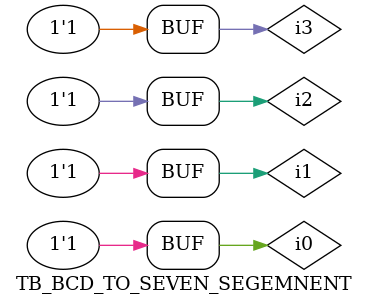
<source format=v>
`timescale 1ns / 1ps
`timescale 1ns / 1ps


module TB_BCD_TO_SEVEN_SEGEMNENT;
    reg i3;
    reg i2;
    reg i1;
    reg i0;
  

    wire a,b,c,d,e,f,g, an0, an1, an2, an3, dp;

    
   
    BCD_TO_7_SEGMENT_DISPLAY uut(
               .i3(i3),
        .i2(i2),
        .i1(i1),
        .i0(i0),
        .a(a),
        .b(b),
        .c(c),
        .d(d),
        .e(e),
        .f(f),
        .g(g),
        .an0 (an0),
        .an1 (an1),
        .an2 (an2),
        .an3 (an3),
        .dp (dp)
    );
    
    initial begin
        

        i3 = 0;
        i2 = 0;
        i1 = 0;
        i0 = 0;
        
        #50

        i3 = 0;
        i2 = 0;
        i1 = 0;
        i0 = 0;
        $display ("TC01");
        if ({a,b,c,d,e,f,g}!= 7'b0000001)$display ("Result is Wrong");
        
        i3 = 0;
        i2 = 0;
        i1 = 0;
        i0 = 1;
        #50
        $display ("TC02");
        if({a,b,c,d,e,f,g}!= 7'b1001111) $display ("Result is Wrong");
        
        i3 = 0;
        i2 = 0;
        i1 = 1;
        i0 = 0;
        #50
        $display ("TC03");
        if( {a,b,c,d,e,f,g}!= 7'b0010010) $display ("Result is Wrong");
        
        i3 = 0;
        i2 = 0;
        i1 = 1;
        i0 = 1;
        #50
        $display ("TC04");
        if( {a,b,c,d,e,f,g}!= 7'b0000110) $display ("Result is Wrong");
        
        i3 = 0;
        i2 = 1;
        i1 = 0;
        i0 = 0;
        #50
        $display ("TC05");
        if({a,b,c,d,e,f,g}!= 7'b1001100) $display ("Result is Wrong");
        
        i3 = 0;
        i2 = 1;
        i1 = 0;
        i0 = 1;
        #50
        $display ("TC06");
        if({a,b,c,d,e,f,g}!= 7'b0100100) $display ("Result is Wrong");
        
        i3 = 0;
        i2 = 1;
        i1 = 1;
        i0 = 0;
        #50
        $display ("TC07");
        if({a,b,c,d,e,f,g}!= 7'b0100000) $display ("Result is Wrong");
        
        i3 = 0;
        i2 = 1;
        i1 = 1;
        i0 = 1;
        #50
        $display ("TC08");
        if({a,b,c,d,e,f,g}!= 7'b0001111) $display ("Result is Wrong");
        
        i3 = 1;
        i2 = 0;
        i1 = 0;
        i0 = 0;
        #50
        $display ("TC09");
        if({a,b,c,d,e,f,g}!= 7'b0000000) $display ("Result is Wrong");
        
        i3 = 1;
        i2 = 0;
        i1 = 0;
        i0 = 1;
        #50
        $display ("TC10");
        if({a,b,c,d,e,f,g}!= 7'b0001100) $display ("Result is Wrong");
        
        i3 = 1;
        i2 = 0;
        i1 = 1;
        i0 = 0;
        #50
        $display ("TC11");
        if({a,b,c,d,e,f,g}!= 7'b1111111) $display ("Result is Wrong");
        
        i3 = 1;
        i2 = 0;
        i1 = 1;
        i0 = 1;
        #50
        $display ("TC12");
        if({a,b,c,d,e,f,g}!= 7'b1111111) $display ("Result is Wrong");
        
        i3 = 1;
        i2 = 1;
        i1 = 0;
        i0 = 0;
        #50
        $display ("TC13");
        if({a,b,c,d,e,f,g}!= 7'b1111111) $display ("Result is Wrong");
        
        i3 = 1;
        i2 = 1;
        i1 = 0;
        i0 = 1;
        #50
        $display ("TC14");
        if({a,b,c,d,e,f,g}!= 7'b1111111) $display ("Result is Wrong");
        
        i3 = 1;
        i2 = 1;
        i1 = 1;
        i0 = 0;
        #50
        $display ("TC15");
        if({a,b,c,d,e,f,g}!= 7'b1111111) $display ("Result is Wrong");
        
        i3 = 1;
        i2= 1;
        i1 = 1;
        i0 = 1;
        #50
        $display ("TC16");
        if({a,b,c,d,e,f,g}!= 7'b1111111) $display ("Result is Wrong");
        
        end
       
endmodule

</source>
